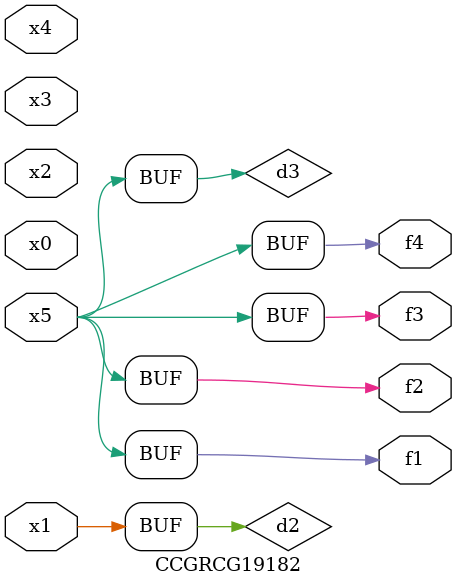
<source format=v>
module CCGRCG19182(
	input x0, x1, x2, x3, x4, x5,
	output f1, f2, f3, f4
);

	wire d1, d2, d3;

	not (d1, x5);
	or (d2, x1);
	xnor (d3, d1);
	assign f1 = d3;
	assign f2 = d3;
	assign f3 = d3;
	assign f4 = d3;
endmodule

</source>
